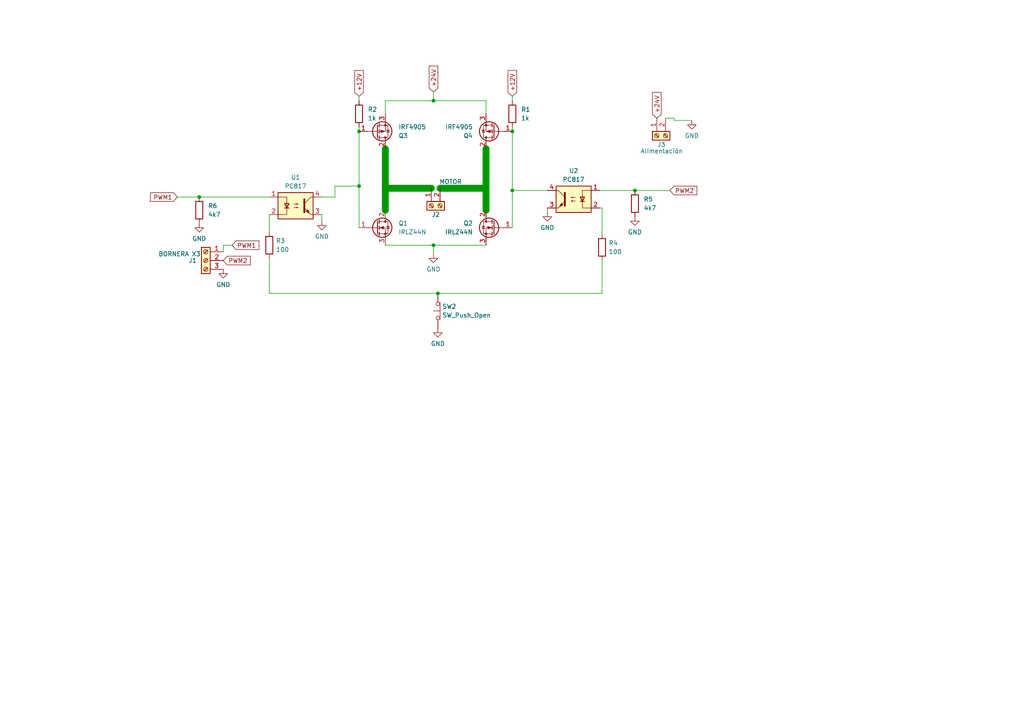
<source format=kicad_sch>
(kicad_sch (version 20230121) (generator eeschema)
  (paper "A4")
  (lib_symbols
    (symbol "Connector:Screw_Terminal_01x02" (pin_names (offset 1.016) hide)
      (property "Reference" "J" (at 0 2.54 0))
      (property "Value" "Screw_Terminal_01x02" (at 0 -5.08 0))
      (symbol "Screw_Terminal_01x02_1_1"
        (rectangle (start -1.27 1.27) (end 1.27 -3.81) (stroke (width 0.254)) (fill (type background)))
        (circle (center 0 -2.54) (radius 0.635) (stroke (width 0.1524)))
        (polyline (pts (xy -0.5334 -2.2098) (xy 0.3302 -3.048)) (stroke (width 0.1524)))
        (polyline (pts (xy -0.5334 0.3302) (xy 0.3302 -0.508)) (stroke (width 0.1524)))
        (polyline (pts (xy -0.3556 -2.032) (xy 0.508 -2.8702)) (stroke (width 0.1524)))
        (polyline (pts (xy -0.3556 0.508) (xy 0.508 -0.3302)) (stroke (width 0.1524)))
        (circle (center 0 0) (radius 0.635) (stroke (width 0.1524)))
        (pin passive line (at -5.08 0 0) (length 3.81) (name "Pin_1") (number "1"))
        (pin passive line (at -5.08 -2.54 0) (length 3.81) (name "Pin_2") (number "2"))
      )
    )
    (symbol "Connector:Screw_Terminal_01x03" (pin_names (offset 1.016) hide)
      (property "Reference" "J" (at 0 5.08 0))
      (property "Value" "Screw_Terminal_01x03" (at 0 -5.08 0))
      (symbol "Screw_Terminal_01x03_1_1"
        (rectangle (start -1.27 3.81) (end 1.27 -3.81) (stroke (width 0.254)) (fill (type background)))
        (circle (center 0 -2.54) (radius 0.635) (stroke (width 0.1524)))
        (polyline (pts (xy -0.5334 -2.2098) (xy 0.3302 -3.048)) (stroke (width 0.1524)))
        (polyline (pts (xy -0.5334 0.3302) (xy 0.3302 -0.508)) (stroke (width 0.1524)))
        (polyline (pts (xy -0.5334 2.8702) (xy 0.3302 2.032)) (stroke (width 0.1524)))
        (polyline (pts (xy -0.3556 -2.032) (xy 0.508 -2.8702)) (stroke (width 0.1524)))
        (polyline (pts (xy -0.3556 0.508) (xy 0.508 -0.3302)) (stroke (width 0.1524)))
        (polyline (pts (xy -0.3556 3.048) (xy 0.508 2.2098)) (stroke (width 0.1524)))
        (circle (center 0 0) (radius 0.635) (stroke (width 0.1524)))
        (circle (center 0 2.54) (radius 0.635) (stroke (width 0.1524)))
        (pin passive line (at -5.08 2.54 0) (length 3.81) (name "Pin_1") (number "1"))
        (pin passive line (at -5.08 0 0) (length 3.81) (name "Pin_2") (number "2"))
        (pin passive line (at -5.08 -2.54 0) (length 3.81) (name "Pin_3") (number "3"))
      )
    )
    (symbol "Device:R" (pin_numbers hide) (pin_names (offset 0))
      (property "Reference" "R" (at 2.032 0 90))
      (property "Value" "R" (at 0 0 90))
      (symbol "R_0_1"
        (rectangle (start -1.016 -2.54) (end 1.016 2.54) (stroke (width 0.254)))
      )
      (symbol "R_1_1"
        (pin passive line (at 0 3.81 270) (length 1.27) (name "~") (number "1"))
        (pin passive line (at 0 -3.81 90) (length 1.27) (name "~") (number "2"))
      )
    )
    (symbol "Isolator:PC817" (pin_names (offset 1.016))
      (property "Reference" "U" (at -5.08 5.08 0))
      (property "Value" "PC817" (at 0 5.08 0))
      (symbol "PC817_0_1"
        (rectangle (start -5.08 3.81) (end 5.08 -3.81) (stroke (width 0.254)) (fill (type background)))
        (polyline (pts (xy -3.175 -0.635) (xy -1.905 -0.635)) (stroke (width 0.254)))
        (polyline (pts (xy 2.54 0.635) (xy 4.445 2.54)))
        (polyline (pts (xy 4.445 -2.54) (xy 2.54 -0.635)) (fill (type outline)))
        (polyline (pts (xy 4.445 -2.54) (xy 5.08 -2.54)))
        (polyline (pts (xy 4.445 2.54) (xy 5.08 2.54)))
        (polyline (pts (xy -5.08 2.54) (xy -2.54 2.54) (xy -2.54 -0.635)))
        (polyline (pts (xy -2.54 -0.635) (xy -2.54 -2.54) (xy -5.08 -2.54)))
        (polyline (pts (xy 2.54 1.905) (xy 2.54 -1.905) (xy 2.54 -1.905)) (stroke (width 0.508)))
        (polyline (pts (xy -2.54 -0.635) (xy -3.175 0.635) (xy -1.905 0.635) (xy -2.54 -0.635)) (stroke (width 0.254)))
        (polyline (pts (xy -0.508 -0.508) (xy 0.762 -0.508) (xy 0.381 -0.635) (xy 0.381 -0.381) (xy 0.762 -0.508)))
        (polyline (pts (xy -0.508 0.508) (xy 0.762 0.508) (xy 0.381 0.381) (xy 0.381 0.635) (xy 0.762 0.508)))
        (polyline (pts (xy 3.048 -1.651) (xy 3.556 -1.143) (xy 4.064 -2.159) (xy 3.048 -1.651) (xy 3.048 -1.651)) (fill (type outline)))
      )
      (symbol "PC817_1_1"
        (pin passive line (at -7.62 2.54 0) (length 2.54) (name "~") (number "1"))
        (pin passive line (at -7.62 -2.54 0) (length 2.54) (name "~") (number "2"))
        (pin passive line (at 7.62 -2.54 180) (length 2.54) (name "~") (number "3"))
        (pin passive line (at 7.62 2.54 180) (length 2.54) (name "~") (number "4"))
      )
    )
    (symbol "Switch:SW_Push_Open" (pin_numbers hide) (pin_names (offset 1.016) hide)
      (property "Reference" "SW" (at 0 2.54 0))
      (property "Value" "SW_Push_Open" (at 0 -1.905 0))
      (symbol "SW_Push_Open_0_1"
        (circle (center -2.032 0) (radius 0.508))
        (polyline (pts (xy -2.54 -0.635) (xy 2.54 -0.635)))
        (polyline (pts (xy 0 -0.635) (xy 0 1.27)))
        (circle (center 2.032 0) (radius 0.508))
        (pin passive line (at -5.08 0 0) (length 2.54) (name "A") (number "1"))
      )
      (symbol "SW_Push_Open_1_1"
        (pin passive line (at 5.08 0 180) (length 2.54) (name "B") (number "2"))
      )
    )
    (symbol "Transistor_FET:IRF4905" (pin_names hide)
      (property "Reference" "Q" (at 5.08 1.905 0))
      (property "Value" "IRF4905" (at 5.08 0 0))
      (symbol "IRF4905_0_1"
        (polyline (pts (xy 0.254 0) (xy -2.54 0)))
        (polyline (pts (xy 0.254 1.905) (xy 0.254 -1.905)) (stroke (width 0.254)))
        (polyline (pts (xy 0.762 -1.27) (xy 0.762 -2.286)) (stroke (width 0.254)))
        (polyline (pts (xy 0.762 0.508) (xy 0.762 -0.508)) (stroke (width 0.254)))
        (polyline (pts (xy 0.762 2.286) (xy 0.762 1.27)) (stroke (width 0.254)))
        (polyline (pts (xy 2.54 2.54) (xy 2.54 1.778)))
        (polyline (pts (xy 2.54 -2.54) (xy 2.54 0) (xy 0.762 0)))
        (polyline (pts (xy 0.762 1.778) (xy 3.302 1.778) (xy 3.302 -1.778) (xy 0.762 -1.778)))
        (polyline (pts (xy 2.286 0) (xy 1.27 0.381) (xy 1.27 -0.381) (xy 2.286 0)) (fill (type outline)))
        (polyline (pts (xy 2.794 -0.508) (xy 2.921 -0.381) (xy 3.683 -0.381) (xy 3.81 -0.254)))
        (polyline (pts (xy 3.302 -0.381) (xy 2.921 0.254) (xy 3.683 0.254) (xy 3.302 -0.381)))
        (circle (center 1.651 0) (radius 2.794) (stroke (width 0.254)))
        (circle (center 2.54 -1.778) (radius 0.254) (fill (type outline)))
        (circle (center 2.54 1.778) (radius 0.254) (fill (type outline)))
      )
      (symbol "IRF4905_1_1"
        (pin input line (at -5.08 0 0) (length 2.54) (name "G") (number "1"))
        (pin passive line (at 2.54 5.08 270) (length 2.54) (name "D") (number "2"))
        (pin passive line (at 2.54 -5.08 90) (length 2.54) (name "S") (number "3"))
      )
    )
    (symbol "Transistor_FET:IRLZ44N" (pin_names hide)
      (property "Reference" "Q" (at 6.35 1.905 0))
      (property "Value" "IRLZ44N" (at 6.35 0 0))
      (symbol "IRLZ44N_0_1"
        (polyline (pts (xy 0.254 0) (xy -2.54 0)))
        (polyline (pts (xy 0.254 1.905) (xy 0.254 -1.905)) (stroke (width 0.254)))
        (polyline (pts (xy 0.762 -1.27) (xy 0.762 -2.286)) (stroke (width 0.254)))
        (polyline (pts (xy 0.762 0.508) (xy 0.762 -0.508)) (stroke (width 0.254)))
        (polyline (pts (xy 0.762 2.286) (xy 0.762 1.27)) (stroke (width 0.254)))
        (polyline (pts (xy 2.54 2.54) (xy 2.54 1.778)))
        (polyline (pts (xy 2.54 -2.54) (xy 2.54 0) (xy 0.762 0)))
        (polyline (pts (xy 0.762 -1.778) (xy 3.302 -1.778) (xy 3.302 1.778) (xy 0.762 1.778)))
        (polyline (pts (xy 1.016 0) (xy 2.032 0.381) (xy 2.032 -0.381) (xy 1.016 0)) (fill (type outline)))
        (polyline (pts (xy 2.794 0.508) (xy 2.921 0.381) (xy 3.683 0.381) (xy 3.81 0.254)))
        (polyline (pts (xy 3.302 0.381) (xy 2.921 -0.254) (xy 3.683 -0.254) (xy 3.302 0.381)))
        (circle (center 1.651 0) (radius 2.794) (stroke (width 0.254)))
        (circle (center 2.54 -1.778) (radius 0.254) (fill (type outline)))
        (circle (center 2.54 1.778) (radius 0.254) (fill (type outline)))
      )
      (symbol "IRLZ44N_1_1"
        (pin input line (at -5.08 0 0) (length 2.54) (name "G") (number "1"))
        (pin passive line (at 2.54 5.08 270) (length 2.54) (name "D") (number "2"))
        (pin passive line (at 2.54 -5.08 90) (length 2.54) (name "S") (number "3"))
      )
    )
    (symbol "power:GND" (power) (pin_names (offset 0))
      (property "Value" "GND" (at 0 -3.81 0))
      (symbol "GND_0_1"
        (polyline (pts (xy 0 0) (xy 0 -1.27) (xy 1.27 -1.27) (xy 0 -2.54) (xy -1.27 -1.27) (xy 0 -1.27)))
      )
      (symbol "GND_1_1"
        (pin power_in line (at 0 0 270) (length 0) hide (name "GND") (number "1"))
      )
    )
  )
  (junction (at 148.59 55.245))
  (junction (at 127 85.09))
  (junction (at 57.785 57.15))
  (junction (at 184.15 55.245))
  (junction (at 104.14 38.1))
  (junction (at 125.73 29.21))
  (junction (at 111.76 54.61))
  (junction (at 148.59 38.1))
  (junction (at 140.97 54.61))
  (junction (at 125.73 71.12))
  (junction (at 104.14 53.975))
  (wire (pts (xy 64.77 71.12) (xy 67.31 71.12)))
  (wire (pts (xy 111.76 43.18) (xy 111.76 54.61)) (stroke (width 2)))
  (wire (pts (xy 125.73 71.12) (xy 140.97 71.12)))
  (wire (pts (xy 140.97 29.21) (xy 140.97 33.02)))
  (wire (pts (xy 184.15 55.245) (xy 194.31 55.245)))
  (wire (pts (xy 195.58 34.29) (xy 195.58 34.925)))
  (wire (pts (xy 104.14 36.83) (xy 104.14 38.1)))
  (wire (pts (xy 78.105 74.93) (xy 78.105 85.09)))
  (wire (pts (xy 111.76 71.12) (xy 125.73 71.12)))
  (wire (pts (xy 78.105 62.23) (xy 78.105 67.31)))
  (wire (pts (xy 93.345 62.23) (xy 93.345 64.135)))
  (wire (pts (xy 174.625 60.325) (xy 174.625 67.945)))
  (wire (pts (xy 111.76 54.61) (xy 125.095 54.61)) (stroke (width 2)))
  (wire (pts (xy 195.58 34.925) (xy 200.66 34.925)))
  (wire (pts (xy 64.77 73.025) (xy 64.77 71.12)))
  (wire (pts (xy 125.73 29.21) (xy 140.97 29.21)))
  (wire (pts (xy 97.155 53.975) (xy 97.155 57.15)))
  (wire (pts (xy 193.04 34.29) (xy 195.58 34.29)))
  (wire (pts (xy 104.14 53.975) (xy 104.14 66.04)))
  (wire (pts (xy 111.76 54.61) (xy 111.76 60.96)) (stroke (width 2)))
  (wire (pts (xy 148.59 36.83) (xy 148.59 38.1)))
  (wire (pts (xy 127 85.09) (xy 174.625 85.09)))
  (wire (pts (xy 140.97 60.96) (xy 140.97 54.61)) (stroke (width 2)))
  (wire (pts (xy 140.97 43.18) (xy 140.97 54.61)) (stroke (width 2)))
  (wire (pts (xy 158.75 60.325) (xy 158.75 61.595)))
  (wire (pts (xy 148.59 55.245) (xy 148.59 66.04)))
  (wire (pts (xy 93.345 57.15) (xy 97.155 57.15)))
  (wire (pts (xy 51.435 57.15) (xy 57.785 57.15)))
  (wire (pts (xy 127.635 54.61) (xy 140.97 54.61)) (stroke (width 2)))
  (wire (pts (xy 148.59 27.94) (xy 148.59 29.21)))
  (wire (pts (xy 174.625 75.565) (xy 174.625 85.09)))
  (wire (pts (xy 125.73 73.66) (xy 125.73 71.12)))
  (wire (pts (xy 148.59 38.1) (xy 148.59 55.245)))
  (wire (pts (xy 173.99 55.245) (xy 184.15 55.245)))
  (wire (pts (xy 158.75 55.245) (xy 148.59 55.245)))
  (wire (pts (xy 57.785 57.15) (xy 78.105 57.15)))
  (wire (pts (xy 104.14 38.1) (xy 104.14 53.975)))
  (wire (pts (xy 104.14 53.975) (xy 97.155 53.975)))
  (wire (pts (xy 125.73 26.67) (xy 125.73 29.21)))
  (wire (pts (xy 104.14 27.94) (xy 104.14 29.21)))
  (wire (pts (xy 111.76 29.21) (xy 111.76 33.02)))
  (wire (pts (xy 174.625 60.325) (xy 173.99 60.325)))
  (wire (pts (xy 111.76 29.21) (xy 125.73 29.21)))
  (wire (pts (xy 78.105 85.09) (xy 127 85.09)))
  (global_label "PWM1" (shape input) (at 51.435 57.15 180) (property "Intersheetrefs" "${INTERSHEET_REFS}" (effects hide)))
  (global_label "PWM1" (shape input) (at 67.31 71.12 0) (property "Intersheetrefs" "${INTERSHEET_REFS}" (effects hide)))
  (global_label "+12V" (shape input) (at 104.14 27.94 90) (property "Intersheetrefs" "${INTERSHEET_REFS}" (effects hide)))
  (global_label "+12V" (shape input) (at 148.59 27.94 90) (property "Intersheetrefs" "${INTERSHEET_REFS}" (effects hide)))
  (global_label "PWM2" (shape input) (at 64.77 75.565 0) (property "Intersheetrefs" "${INTERSHEET_REFS}" (effects hide)))
  (global_label "PWM2" (shape input) (at 194.31 55.245 0) (property "Intersheetrefs" "${INTERSHEET_REFS}" (effects hide)))
  (global_label "+24V" (shape input) (at 190.5 34.29 90) (property "Intersheetrefs" "${INTERSHEET_REFS}" (effects hide)))
  (global_label "+24V" (shape input) (at 125.73 26.67 90) (property "Intersheetrefs" "${INTERSHEET_REFS}" (effects hide)))
  (symbol (lib_id "Device:R") (at 184.15 59.055 0) (unit 1)
    (property "Reference" "R5" (at 186.69 57.785 0) (effects (justify left)))
    (property "Value" "4k7" (at 186.69 60.325 0) (effects (justify left)))
    (property "Footprint" "Resistor_THT:R_Axial_DIN0614_L14.3mm_D5.7mm_P20.32mm_Horizontal" (effects hide))
  )
  (symbol (lib_id "Device:R") (at 148.59 33.02 0) (unit 1)
    (property "Reference" "R1" (at 151.13 31.75 0) (effects (justify left)))
    (property "Value" "1k" (at 151.13 34.29 0) (effects (justify left)))
    (property "Footprint" "Resistor_THT:R_Axial_DIN0614_L14.3mm_D5.7mm_P20.32mm_Horizontal" (effects hide))
  )
  (symbol (lib_id "power:GND") (at 158.75 61.595 0) (unit 1)
    (property "Reference" "#PWR04" (effects hide))
    (property "Value" "GND" (at 158.75 66.04 0))
  )
  (symbol (lib_id "power:GND") (at 184.15 62.865 0) (unit 1)
    (property "Reference" "#PWR01" (effects hide))
    (property "Value" "GND" (at 184.15 67.31 0))
  )
  (symbol (lib_id "Connector:Screw_Terminal_01x02") (at 190.5 39.37 90) (mirror x) (unit 1)
    (property "Reference" "J3" (at 193.04 41.91 90) (effects (justify left)))
    (property "Value" "Alimentación" (at 198.12 43.815 90) (effects (justify left)))
    (property "Footprint" "TerminalBlock_Dinkle:TerminalBlock_Dinkle_DT-55-B01X-02_P10.00mm" (effects hide))
  )
  (symbol (lib_id "Connector:Screw_Terminal_01x02") (at 125.095 59.69 90) (mirror x) (unit 1)
    (property "Reference" "J2" (at 127.635 62.23 90) (effects (justify left)))
    (property "Value" "MOTOR" (at 133.985 52.705 90) (effects (justify left)))
    (property "Footprint" "TerminalBlock_Dinkle:TerminalBlock_Dinkle_DT-55-B01X-02_P10.00mm" (effects hide))
  )
  (symbol (lib_id "Device:R") (at 174.625 71.755 0) (unit 1)
    (property "Reference" "R4" (at 176.53 70.485 0) (effects (justify left)))
    (property "Value" "100" (at 176.53 73.025 0) (effects (justify left)))
    (property "Footprint" "Resistor_THT:R_Axial_DIN0614_L14.3mm_D5.7mm_P20.32mm_Horizontal" (effects hide))
  )
  (symbol (lib_id "Transistor_FET:IRLZ44N") (at 109.22 66.04 0) (unit 1)
    (property "Reference" "Q1" (at 115.57 64.77 0) (effects (justify left)))
    (property "Value" "IRLZ44N" (at 115.57 67.31 0) (effects (justify left)))
    (property "Footprint" "custom_footprint:to-220 editado" (effects hide))
    (property "Datasheet" "http://www.irf.com/product-info/datasheets/data/irlz44n.pdf" (effects hide))
  )
  (symbol (lib_id "Device:R") (at 78.105 71.12 0) (unit 1)
    (property "Reference" "R3" (at 80.01 69.85 0) (effects (justify left)))
    (property "Value" "100" (at 80.01 72.39 0) (effects (justify left)))
    (property "Footprint" "Resistor_THT:R_Axial_DIN0614_L14.3mm_D5.7mm_P20.32mm_Horizontal" (effects hide))
  )
  (symbol (lib_id "power:GND") (at 57.785 64.77 0) (unit 1)
    (property "Reference" "#PWR02" (effects hide))
    (property "Value" "GND" (at 57.785 69.215 0))
  )
  (symbol (lib_id "Device:R") (at 104.14 33.02 0) (unit 1)
    (property "Reference" "R2" (at 106.68 31.75 0) (effects (justify left)))
    (property "Value" "1k" (at 106.68 34.29 0) (effects (justify left)))
    (property "Footprint" "Resistor_THT:R_Axial_DIN0614_L14.3mm_D5.7mm_P20.32mm_Horizontal" (effects hide))
  )
  (symbol (lib_id "Transistor_FET:IRLZ44N") (at 143.51 66.04 0) (mirror y) (unit 1)
    (property "Reference" "Q2" (at 137.16 64.77 0) (effects (justify left)))
    (property "Value" "IRLZ44N" (at 137.16 67.31 0) (effects (justify left)))
    (property "Footprint" "custom_footprint:to-220 editado" (effects hide))
    (property "Datasheet" "http://www.irf.com/product-info/datasheets/data/irlz44n.pdf" (effects hide))
  )
  (symbol (lib_id "Transistor_FET:IRF4905") (at 109.22 38.1 0) (mirror x) (unit 1)
    (property "Reference" "Q3" (at 115.57 39.37 0) (effects (justify left)))
    (property "Value" "IRF4905" (at 115.57 36.83 0) (effects (justify left)))
    (property "Footprint" "custom_footprint:to-220 editado" (effects hide))
    (property "Datasheet" "http://www.infineon.com/dgdl/irf4905.pdf?fileId=5546d462533600a4015355e32165197c" (effects hide))
  )
  (symbol (lib_id "power:GND") (at 200.66 34.925 0) (unit 1)
    (property "Reference" "#PWR07" (effects hide))
    (property "Value" "GND" (at 200.66 39.37 0))
  )
  (symbol (lib_id "Isolator:PC817") (at 85.725 59.69 0) (unit 1)
    (property "Reference" "U1" (at 85.725 51.435 0))
    (property "Value" "PC817" (at 85.725 53.975 0))
    (property "Footprint" "Package_DIP:DIP-4_W7.62mm" (effects hide))
    (property "Datasheet" "http://www.soselectronic.cz/a_info/resource/d/pc817.pdf" (effects hide))
  )
  (symbol (lib_id "power:GND") (at 125.73 73.66 0) (unit 1)
    (property "Reference" "#PWR08" (effects hide))
    (property "Value" "GND" (at 125.73 78.105 0))
  )
  (symbol (lib_id "power:GND") (at 127 95.25 0) (unit 1)
    (property "Reference" "#PWR05" (effects hide))
    (property "Value" "GND" (at 127 99.695 0))
  )
  (symbol (lib_id "Device:R") (at 57.785 60.96 0) (unit 1)
    (property "Reference" "R6" (at 60.325 59.69 0) (effects (justify left)))
    (property "Value" "4k7" (at 60.325 62.23 0) (effects (justify left)))
    (property "Footprint" "Resistor_THT:R_Axial_DIN0614_L14.3mm_D5.7mm_P20.32mm_Horizontal" (effects hide))
  )
  (symbol (lib_id "power:GND") (at 64.77 78.105 0) (unit 1)
    (property "Reference" "#PWR06" (effects hide))
    (property "Value" "GND" (at 64.77 82.55 0))
  )
  (symbol (lib_id "Isolator:PC817") (at 166.37 57.785 0) (mirror y) (unit 1)
    (property "Reference" "U2" (at 166.37 49.53 0))
    (property "Value" "PC817" (at 166.37 52.07 0))
    (property "Footprint" "Package_DIP:DIP-4_W7.62mm" (effects hide))
    (property "Datasheet" "http://www.soselectronic.cz/a_info/resource/d/pc817.pdf" (effects hide))
  )
  (symbol (lib_id "Transistor_FET:IRF4905") (at 143.51 38.1 180) (unit 1)
    (property "Reference" "Q4" (at 137.16 39.37 0) (effects (justify left)))
    (property "Value" "IRF4905" (at 137.16 36.83 0) (effects (justify left)))
    (property "Footprint" "custom_footprint:to-220 editado" (effects hide))
    (property "Datasheet" "http://www.infineon.com/dgdl/irf4905.pdf?fileId=5546d462533600a4015355e32165197c" (effects hide))
  )
  (symbol (lib_id "Connector:Screw_Terminal_01x03") (at 59.69 75.565 0) (mirror y) (unit 1)
    (property "Reference" "J1" (at 55.88 75.565 0))
    (property "Value" "BORNERA X3" (at 52.07 73.66 0))
    (property "Footprint" "Connector_PinHeader_2.54mm:PinHeader_1x03_P2.54mm_Vertical" (effects hide))
  )
  (symbol (lib_id "Switch:SW_Push_Open") (at 127 90.17 90) (unit 1)
    (property "Reference" "SW2" (at 128.27 88.9 90) (effects (justify right)))
    (property "Value" "SW_Push_Open" (at 128.27 91.44 90) (effects (justify right)))
    (property "Footprint" "Button_Switch_THT:SW_CW_GPTS203211B" (effects hide))
  )
  (symbol (lib_id "power:GND") (at 93.345 64.135 0) (unit 1)
    (property "Reference" "#PWR03" (effects hide))
    (property "Value" "GND" (at 93.345 68.58 0))
  )
)
</source>
